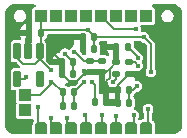
<source format=gbr>
%TF.GenerationSoftware,KiCad,Pcbnew,8.0.1-8.0.1-1~ubuntu22.04.1*%
%TF.CreationDate,2024-03-30T15:25:23+00:00*%
%TF.ProjectId,EMG_DAQ_ADS1298,454d475f-4441-4515-9f41-445331323938,v1.0*%
%TF.SameCoordinates,Original*%
%TF.FileFunction,Copper,L4,Bot*%
%TF.FilePolarity,Positive*%
%FSLAX46Y46*%
G04 Gerber Fmt 4.6, Leading zero omitted, Abs format (unit mm)*
G04 Created by KiCad (PCBNEW 8.0.1-8.0.1-1~ubuntu22.04.1) date 2024-03-30 15:25:23*
%MOMM*%
%LPD*%
G01*
G04 APERTURE LIST*
G04 Aperture macros list*
%AMRoundRect*
0 Rectangle with rounded corners*
0 $1 Rounding radius*
0 $2 $3 $4 $5 $6 $7 $8 $9 X,Y pos of 4 corners*
0 Add a 4 corners polygon primitive as box body*
4,1,4,$2,$3,$4,$5,$6,$7,$8,$9,$2,$3,0*
0 Add four circle primitives for the rounded corners*
1,1,$1+$1,$2,$3*
1,1,$1+$1,$4,$5*
1,1,$1+$1,$6,$7*
1,1,$1+$1,$8,$9*
0 Add four rect primitives between the rounded corners*
20,1,$1+$1,$2,$3,$4,$5,0*
20,1,$1+$1,$4,$5,$6,$7,0*
20,1,$1+$1,$6,$7,$8,$9,0*
20,1,$1+$1,$8,$9,$2,$3,0*%
%AMFreePoly0*
4,1,13,0.500000,-0.250000,0.480970,-0.345671,0.426777,-0.426777,0.345671,-0.480970,0.250000,-0.500000,-0.250000,-0.500000,-0.345671,-0.480970,-0.426777,-0.426777,-0.480970,-0.345671,-0.500000,-0.250000,-0.500000,0.500000,0.500000,0.500000,0.500000,-0.250000,0.500000,-0.250000,$1*%
G04 Aperture macros list end*
%TA.AperFunction,ComponentPad*%
%ADD10R,1.000000X1.000000*%
%TD*%
%TA.AperFunction,SMDPad,CuDef*%
%ADD11FreePoly0,180.000000*%
%TD*%
%TA.AperFunction,SMDPad,CuDef*%
%ADD12RoundRect,0.140000X0.170000X-0.140000X0.170000X0.140000X-0.170000X0.140000X-0.170000X-0.140000X0*%
%TD*%
%TA.AperFunction,SMDPad,CuDef*%
%ADD13RoundRect,0.140000X0.140000X0.170000X-0.140000X0.170000X-0.140000X-0.170000X0.140000X-0.170000X0*%
%TD*%
%TA.AperFunction,SMDPad,CuDef*%
%ADD14RoundRect,0.140000X-0.140000X-0.170000X0.140000X-0.170000X0.140000X0.170000X-0.140000X0.170000X0*%
%TD*%
%TA.AperFunction,SMDPad,CuDef*%
%ADD15RoundRect,0.060000X-0.240000X-0.615000X0.240000X-0.615000X0.240000X0.615000X-0.240000X0.615000X0*%
%TD*%
%TA.AperFunction,SMDPad,CuDef*%
%ADD16RoundRect,0.140000X-0.170000X0.140000X-0.170000X-0.140000X0.170000X-0.140000X0.170000X0.140000X0*%
%TD*%
%TA.AperFunction,ViaPad*%
%ADD17C,0.400000*%
%TD*%
%TA.AperFunction,Conductor*%
%ADD18C,0.127000*%
%TD*%
G04 APERTURE END LIST*
D10*
%TO.P,J1,1,Pin_1*%
%TO.N,+3.3V*%
X-4445000Y10000000D03*
%TD*%
%TO.P,J5,1,Pin_1*%
%TO.N,/MOSI*%
X635000Y10000000D03*
%TD*%
%TO.P,J4,1,Pin_1*%
%TO.N,/MISO*%
X-635000Y10000000D03*
%TD*%
%TO.P,J8,1,Pin_1*%
%TO.N,/extRef*%
X4445000Y10000000D03*
%TD*%
%TO.P,J7,1,Pin_1*%
%TO.N,/CSB*%
X3175000Y10000000D03*
%TD*%
%TO.P,J25,1,Pin_1*%
%TO.N,/Refp*%
X-5800000Y2000000D03*
%TD*%
%TO.P,J26,1,Pin_1*%
%TO.N,/BIAS_OUT*%
X-5800000Y3270000D03*
%TD*%
%TO.P,J2,1,Pin_1*%
%TO.N,GND*%
X-3175000Y10000000D03*
%TD*%
%TO.P,J6,1,Pin_1*%
%TO.N,/SCLK*%
X1905000Y10000000D03*
%TD*%
%TO.P,J3,1,Pin_1*%
%TO.N,unconnected-(J3-Pin_1-Pad1)*%
X-1905000Y10000000D03*
%TD*%
D11*
%TO.P,J22,1,Pin_1*%
%TO.N,/in3-*%
X1905000Y500000D03*
%TD*%
D12*
%TO.P,C11,1*%
%TO.N,/VCAP4*%
X1900000Y5120000D03*
%TO.P,C11,2*%
%TO.N,GND*%
X1900000Y6080000D03*
%TD*%
D13*
%TO.P,C13,1*%
%TO.N,/VREFP*%
X2980000Y3750000D03*
%TO.P,C13,2*%
%TO.N,GND*%
X2020000Y3750000D03*
%TD*%
%TO.P,C14,1*%
%TO.N,/VREFP*%
X2980000Y2650000D03*
%TO.P,C14,2*%
%TO.N,GND*%
X2020000Y2650000D03*
%TD*%
%TO.P,C1,1*%
%TO.N,+3.3V*%
X-4500000Y8550000D03*
%TO.P,C1,2*%
%TO.N,GND*%
X-5460000Y8550000D03*
%TD*%
D14*
%TO.P,C3,1*%
%TO.N,GND*%
X-930000Y8200000D03*
%TO.P,C3,2*%
%TO.N,+3.3V*%
X30000Y8200000D03*
%TD*%
%TO.P,C10,1*%
%TO.N,/WCT*%
X120000Y2700000D03*
%TO.P,C10,2*%
%TO.N,GND*%
X1080000Y2700000D03*
%TD*%
D15*
%TO.P,U1,1,VIN*%
%TO.N,+3.3V*%
X-6480000Y7020000D03*
%TO.P,U1,2,GND*%
%TO.N,GND*%
X-5530000Y7020000D03*
%TO.P,U1,3,EN*%
%TO.N,+3.3V*%
X-4580000Y7020000D03*
%TO.P,U1,4*%
%TO.N,N/C*%
X-4580000Y4650000D03*
%TO.P,U1,5,VOUT*%
%TO.N,+3.3VA*%
X-6480000Y4650000D03*
%TD*%
D16*
%TO.P,C5,1*%
%TO.N,/VCAP3*%
X-300000Y6180000D03*
%TO.P,C5,2*%
%TO.N,GND*%
X-300000Y5220000D03*
%TD*%
D11*
%TO.P,J24,1,Pin_1*%
%TO.N,/in1-*%
X4445000Y500000D03*
%TD*%
%TO.P,J18,1,Pin_1*%
%TO.N,/in7-*%
X-3175000Y500001D03*
%TD*%
%TO.P,J17,1,Pin_1*%
%TO.N,/in8-*%
X-4445000Y500000D03*
%TD*%
D14*
%TO.P,C7,1*%
%TO.N,/BIAS_OUT*%
X-2630000Y2350000D03*
%TO.P,C7,2*%
%TO.N,/BIAS_INV*%
X-1670000Y2350000D03*
%TD*%
D13*
%TO.P,R1,1*%
%TO.N,/BIAS_INV*%
X-1670000Y3550000D03*
%TO.P,R1,2*%
%TO.N,/BIAS_OUT*%
X-2630000Y3550000D03*
%TD*%
D14*
%TO.P,C4,1*%
%TO.N,GND*%
X-930000Y7200000D03*
%TO.P,C4,2*%
%TO.N,+3.3V*%
X30000Y7200000D03*
%TD*%
D11*
%TO.P,J19,1,Pin_1*%
%TO.N,/in6-*%
X-1905000Y500000D03*
%TD*%
D13*
%TO.P,C8,1*%
%TO.N,+3.3VA*%
X-1731787Y6084832D03*
%TO.P,C8,2*%
%TO.N,GND*%
X-2691787Y6084832D03*
%TD*%
D16*
%TO.P,C15,1*%
%TO.N,/VCAP1*%
X3000000Y6080000D03*
%TO.P,C15,2*%
%TO.N,GND*%
X3000000Y5120000D03*
%TD*%
D11*
%TO.P,J23,1,Pin_1*%
%TO.N,/in2-*%
X3175000Y500001D03*
%TD*%
D13*
%TO.P,C9,1*%
%TO.N,+3.3VA*%
X-1731787Y5084832D03*
%TO.P,C9,2*%
%TO.N,GND*%
X-2691787Y5084832D03*
%TD*%
%TO.P,C12,1*%
%TO.N,/VCAP2*%
X2880000Y7400000D03*
%TO.P,C12,2*%
%TO.N,GND*%
X1920000Y7400000D03*
%TD*%
D11*
%TO.P,J20,1,Pin_1*%
%TO.N,/in5-*%
X-635000Y500000D03*
%TD*%
D16*
%TO.P,C6,1*%
%TO.N,/VCAP3*%
X700000Y6180000D03*
%TO.P,C6,2*%
%TO.N,GND*%
X700000Y5220000D03*
%TD*%
D11*
%TO.P,J21,1,Pin_1*%
%TO.N,/in4-*%
X635000Y500000D03*
%TD*%
D17*
%TO.N,+3.3V*%
X4850000Y5250000D03*
X-3650000Y5400000D03*
X4250000Y8200000D03*
X-500000Y8800000D03*
%TO.N,GND*%
X6000000Y2570000D03*
X-3400000Y7600000D03*
X-3650000Y8250000D03*
X-5530000Y7100000D03*
X-850000Y5350000D03*
X3650000Y4700000D03*
X-800000Y6850000D03*
%TO.N,+3.3VA*%
X-5700000Y4800000D03*
X-2450000Y6800000D03*
%TO.N,/MOSI*%
X3550000Y8900000D03*
%TO.N,/in7-*%
X-3600000Y1400000D03*
%TO.N,/in2-*%
X3400000Y1600000D03*
%TO.N,/in6-*%
X-2300000Y1400000D03*
%TO.N,/in1-*%
X4600000Y2100000D03*
%TO.N,/in8-*%
X-4700000Y2300000D03*
%TO.N,/in5-*%
X-700000Y1600000D03*
%TO.N,/in4-*%
X700000Y1600000D03*
%TO.N,/in3-*%
X1900000Y1500000D03*
%TO.N,/BIAS_OUT*%
X-3600000Y4450000D03*
%TO.N,/BIAS_INV*%
X-850000Y4400000D03*
%TO.N,/WCT*%
X-100000Y4400000D03*
%TO.N,/VCAP4*%
X1650000Y4399999D03*
%TO.N,/VCAP2*%
X3750000Y6450000D03*
%TO.N,/VREFP*%
X3650000Y4050000D03*
%TO.N,/VCAP1*%
X3750000Y5800000D03*
%TO.N,/VCAP3*%
X-1650000Y6950000D03*
%TD*%
D18*
%TO.N,/in8-*%
X-4700000Y2300000D02*
X-4700000Y755000D01*
X-4700000Y755000D02*
X-4445000Y500000D01*
%TO.N,/in7-*%
X-3600000Y1400000D02*
X-3600000Y925001D01*
X-3600000Y925001D02*
X-3175000Y500001D01*
%TO.N,/in6-*%
X-2300000Y1400000D02*
X-2300000Y895000D01*
X-2300000Y895000D02*
X-1905000Y500000D01*
%TO.N,/in5-*%
X-700000Y1600000D02*
X-635000Y1535000D01*
X-635000Y1535000D02*
X-635000Y500000D01*
%TO.N,/in1-*%
X4600000Y2100000D02*
X4600000Y655000D01*
X4600000Y655000D02*
X4445000Y500000D01*
%TO.N,/in2-*%
X3400000Y1600000D02*
X3400000Y725001D01*
X3400000Y725001D02*
X3175000Y500001D01*
%TO.N,/in3-*%
X1900000Y1500000D02*
X1900000Y505000D01*
X1900000Y505000D02*
X1905000Y500000D01*
%TO.N,/in4-*%
X700000Y1600000D02*
X700000Y565000D01*
X700000Y565000D02*
X635000Y500000D01*
%TO.N,+3.3V*%
X-4580000Y6330000D02*
X-3650000Y5400000D01*
X4850000Y5250000D02*
X4850000Y7600000D01*
X4850000Y7600000D02*
X4250000Y8200000D01*
X-5950000Y5950000D02*
X-4950000Y5950000D01*
X-4580000Y7020000D02*
X-4580000Y6330000D01*
X-6480000Y7020000D02*
X-6480000Y6480000D01*
X-4950000Y5950000D02*
X-4580000Y6320000D01*
X-4250000Y8800000D02*
X-500000Y8800000D01*
X-4500000Y8550000D02*
X-4500000Y7100000D01*
X30000Y8200000D02*
X30000Y7200000D01*
X30000Y8270000D02*
X30000Y8200000D01*
X-500000Y8800000D02*
X30000Y8270000D01*
X-4445000Y10000000D02*
X-4445000Y8605000D01*
X-4500000Y7100000D02*
X-4580000Y7020000D01*
X-6480000Y6480000D02*
X-5950000Y5950000D01*
X-4445000Y8605000D02*
X-4500000Y8550000D01*
X-4500000Y8550000D02*
X-4250000Y8800000D01*
X-4580000Y6320000D02*
X-4580000Y7020000D01*
X4250000Y8200000D02*
X30000Y8200000D01*
%TO.N,GND*%
X2020000Y2650000D02*
X2020000Y3750000D01*
X-5530000Y7020000D02*
X-5530000Y7100000D01*
X700000Y5220000D02*
X-300000Y5220000D01*
X-930000Y8200000D02*
X-930000Y7200000D01*
X-800000Y6850000D02*
X-800000Y7070000D01*
X-530000Y5220000D02*
X-300000Y5220000D01*
X-850000Y5100000D02*
X-750000Y5000000D01*
X-2106955Y4500000D02*
X-1450000Y4500000D01*
X-800000Y7070000D02*
X-930000Y7200000D01*
X1350000Y4750000D02*
X1350000Y5530000D01*
X1080000Y2700000D02*
X1970000Y2700000D01*
X1920000Y6100000D02*
X1900000Y6080000D01*
X-980000Y8250000D02*
X-930000Y8200000D01*
X-5530000Y8480000D02*
X-5460000Y8550000D01*
X-5530000Y7100000D02*
X-5530000Y8480000D01*
X-750000Y5000000D02*
X-530000Y5220000D01*
X1080000Y4480000D02*
X1350000Y4750000D01*
X-3650000Y8250000D02*
X-980000Y8250000D01*
X-1450000Y4500000D02*
X-850000Y5100000D01*
X1350000Y5530000D02*
X1900000Y6080000D01*
X-850000Y5350000D02*
X-850000Y5100000D01*
X700000Y5220000D02*
X1040000Y5220000D01*
X-3400000Y6793045D02*
X-3400000Y7600000D01*
X1970000Y2700000D02*
X2020000Y2650000D01*
X-2691787Y5084832D02*
X-2106955Y4500000D01*
X2020000Y3750000D02*
X2020000Y4140000D01*
X3230000Y5120000D02*
X3000000Y5120000D01*
X1080000Y2700000D02*
X1080000Y4480000D01*
X-2691787Y5084832D02*
X-2691787Y6084832D01*
X3650000Y4700000D02*
X3230000Y5120000D01*
X1920000Y7400000D02*
X1920000Y6100000D01*
X1040000Y5220000D02*
X1350000Y5530000D01*
X-2691787Y6084832D02*
X-3400000Y6793045D01*
X2020000Y4140000D02*
X3000000Y5120000D01*
%TO.N,+3.3VA*%
X-1734832Y6084832D02*
X-1731787Y6084832D01*
X-1731787Y5084832D02*
X-1731787Y6084832D01*
X-2450000Y6800000D02*
X-1734832Y6084832D01*
X-6480000Y4650000D02*
X-5850000Y4650000D01*
X-5850000Y4650000D02*
X-5700000Y4800000D01*
%TO.N,/MOSI*%
X1735000Y8900000D02*
X635000Y10000000D01*
X3550000Y8900000D02*
X1735000Y8900000D01*
%TO.N,/BIAS_OUT*%
X-5800000Y3270000D02*
X-4580000Y3270000D01*
X-3530000Y4450000D02*
X-2630000Y3550000D01*
X-3600000Y4450000D02*
X-3530000Y4450000D01*
X-4580000Y3270000D02*
X-3600000Y4250000D01*
X-3600000Y4250000D02*
X-3600000Y4450000D01*
X-2630000Y2350000D02*
X-2630000Y3550000D01*
%TO.N,/BIAS_INV*%
X-1670000Y3550000D02*
X-850000Y4370000D01*
X-1670000Y2350000D02*
X-1670000Y3550000D01*
X-850000Y4370000D02*
X-850000Y4400000D01*
%TO.N,/WCT*%
X120000Y4180000D02*
X120000Y2700000D01*
X-100000Y4400000D02*
X120000Y4180000D01*
%TO.N,/VCAP4*%
X1650000Y4399999D02*
X1900000Y4649999D01*
X1900000Y4649999D02*
X1900000Y5120000D01*
%TO.N,/VCAP2*%
X3750000Y6530000D02*
X2880000Y7400000D01*
X3750000Y6450000D02*
X3750000Y6530000D01*
%TO.N,/VREFP*%
X2980000Y2650000D02*
X2980000Y3750000D01*
X3350000Y3750000D02*
X2980000Y3750000D01*
X3650000Y4050000D02*
X3350000Y3750000D01*
%TO.N,/VCAP1*%
X3750000Y5800000D02*
X3470000Y6080000D01*
X3470000Y6080000D02*
X3000000Y6080000D01*
%TO.N,/VCAP3*%
X-830000Y6180000D02*
X-300000Y6180000D01*
X-1650000Y6950000D02*
X-1600000Y6950000D01*
X700000Y6180000D02*
X-300000Y6180000D01*
X-1600000Y6950000D02*
X-830000Y6180000D01*
%TD*%
%TA.AperFunction,Conductor*%
%TO.N,GND*%
G36*
X-4960090Y10969816D02*
G01*
X-4914335Y10917012D01*
X-4904391Y10847854D01*
X-4933416Y10784298D01*
X-4992194Y10746524D01*
X-5002938Y10743884D01*
X-5042736Y10735968D01*
X-5042740Y10735967D01*
X-5125601Y10680601D01*
X-5180967Y10597740D01*
X-5180968Y10597736D01*
X-5195500Y10524679D01*
X-5195500Y10524674D01*
X-5195500Y9475326D01*
X-5195500Y9475324D01*
X-5195501Y9475324D01*
X-5191694Y9456187D01*
X-5197923Y9386596D01*
X-5210000Y9370737D01*
X-5210000Y7818362D01*
X-5229685Y7751323D01*
X-5246319Y7730681D01*
X-5280000Y7697000D01*
X-5280000Y6894000D01*
X-5299685Y6826961D01*
X-5352489Y6781206D01*
X-5404000Y6770000D01*
X-5656000Y6770000D01*
X-5723039Y6789685D01*
X-5768794Y6842489D01*
X-5780000Y6894000D01*
X-5780000Y8116638D01*
X-5760315Y8183677D01*
X-5743681Y8204319D01*
X-5710000Y8238000D01*
X-5710000Y8300000D01*
X-6238790Y8300000D01*
X-6237146Y8279090D01*
X-6192031Y8123802D01*
X-6189841Y8118741D01*
X-6181285Y8049398D01*
X-6211578Y7986436D01*
X-6271101Y7949847D01*
X-6303645Y7945500D01*
X-6766349Y7945500D01*
X-6766373Y7945498D01*
X-6792315Y7942490D01*
X-6792325Y7942487D01*
X-6898514Y7895600D01*
X-6980599Y7813515D01*
X-7027488Y7707322D01*
X-7030500Y7681361D01*
X-7030500Y6358652D01*
X-7030498Y6358628D01*
X-7027490Y6332686D01*
X-7027487Y6332676D01*
X-6980600Y6226487D01*
X-6980599Y6226486D01*
X-6898514Y6144401D01*
X-6792320Y6097512D01*
X-6766357Y6094500D01*
X-6589927Y6094501D01*
X-6522887Y6074817D01*
X-6502245Y6058182D01*
X-6231244Y5787181D01*
X-6197759Y5725858D01*
X-6202743Y5656166D01*
X-6244615Y5600233D01*
X-6310079Y5575816D01*
X-6318925Y5575500D01*
X-6766349Y5575500D01*
X-6766373Y5575498D01*
X-6792315Y5572490D01*
X-6792325Y5572487D01*
X-6898514Y5525600D01*
X-6980599Y5443515D01*
X-7027488Y5337322D01*
X-7030500Y5311361D01*
X-7030500Y3988652D01*
X-7030498Y3988628D01*
X-7027490Y3962686D01*
X-7027487Y3962676D01*
X-6980600Y3856487D01*
X-6980599Y3856486D01*
X-6898514Y3774401D01*
X-6792320Y3727512D01*
X-6766357Y3724500D01*
X-6674500Y3724501D01*
X-6607462Y3704817D01*
X-6561706Y3652014D01*
X-6550500Y3600501D01*
X-6550500Y2745326D01*
X-6550500Y2745324D01*
X-6550501Y2745324D01*
X-6533584Y2660283D01*
X-6537709Y2659463D01*
X-6532736Y2612897D01*
X-6533665Y2609734D01*
X-6533584Y2609717D01*
X-6550500Y2524677D01*
X-6550500Y1475322D01*
X-6535968Y1402265D01*
X-6535967Y1402261D01*
X-6531092Y1394965D01*
X-6480601Y1319399D01*
X-6414430Y1275186D01*
X-6397740Y1264034D01*
X-6397736Y1264033D01*
X-6324679Y1249501D01*
X-6324676Y1249500D01*
X-6324674Y1249500D01*
X-5275324Y1249500D01*
X-5209232Y1262647D01*
X-5139641Y1256420D01*
X-5084463Y1213558D01*
X-5061218Y1147668D01*
X-5077285Y1079671D01*
X-5081937Y1072140D01*
X-5138409Y987623D01*
X-5138415Y987612D01*
X-5176561Y895518D01*
X-5176561Y895516D01*
X-5195591Y799845D01*
X-5195592Y799840D01*
X-5195593Y799832D01*
X-5200500Y749999D01*
X-5200500Y562904D01*
X-5201762Y545259D01*
X-5203041Y536366D01*
X-5203041Y463637D01*
X-5201762Y454742D01*
X-5200500Y437096D01*
X-5200500Y134501D01*
X-5220185Y67462D01*
X-5272989Y21707D01*
X-5324500Y10501D01*
X-6743910Y10501D01*
X-6756063Y11098D01*
X-6882113Y23512D01*
X-6905956Y28255D01*
X-7021311Y63248D01*
X-7043768Y72550D01*
X-7150072Y129371D01*
X-7170284Y142876D01*
X-7263465Y219348D01*
X-7280653Y236536D01*
X-7357125Y329717D01*
X-7370630Y349929D01*
X-7427451Y456233D01*
X-7436753Y478690D01*
X-7471746Y594045D01*
X-7476488Y617882D01*
X-7488903Y743940D01*
X-7489500Y756093D01*
X-7489500Y8800001D01*
X-6238791Y8800001D01*
X-6238790Y8800000D01*
X-5710000Y8800000D01*
X-5710000Y9354506D01*
X-5710002Y9354507D01*
X-5856191Y9312035D01*
X-5856194Y9312033D01*
X-5995375Y9229722D01*
X-5995384Y9229715D01*
X-6109715Y9115384D01*
X-6109722Y9115375D01*
X-6192032Y8976196D01*
X-6192034Y8976191D01*
X-6237145Y8820919D01*
X-6237146Y8820913D01*
X-6238791Y8800001D01*
X-7489500Y8800001D01*
X-7489500Y10000000D01*
X-6765750Y10000000D01*
X-6744860Y9854698D01*
X-6744859Y9854693D01*
X-6683879Y9721168D01*
X-6683877Y9721164D01*
X-6587744Y9610222D01*
X-6464250Y9530857D01*
X-6464249Y9530857D01*
X-6464248Y9530856D01*
X-6323402Y9489501D01*
X-6323400Y9489500D01*
X-6323399Y9489500D01*
X-6176600Y9489500D01*
X-6176600Y9489501D01*
X-6035750Y9530857D01*
X-5912256Y9610222D01*
X-5816123Y9721164D01*
X-5755141Y9854696D01*
X-5734250Y10000000D01*
X-5755141Y10145304D01*
X-5755142Y10145305D01*
X-5755142Y10145308D01*
X-5804940Y10254349D01*
X-5816123Y10278836D01*
X-5912256Y10389778D01*
X-6035750Y10469143D01*
X-6035751Y10469144D01*
X-6035752Y10469144D01*
X-6035753Y10469145D01*
X-6176599Y10510500D01*
X-6176601Y10510500D01*
X-6323399Y10510500D01*
X-6323402Y10510500D01*
X-6464248Y10469145D01*
X-6464249Y10469144D01*
X-6587742Y10389780D01*
X-6587746Y10389777D01*
X-6683876Y10278838D01*
X-6683879Y10278833D01*
X-6744859Y10145308D01*
X-6744860Y10145303D01*
X-6765750Y10000000D01*
X-7489500Y10000000D01*
X-7489500Y10243909D01*
X-7488903Y10256062D01*
X-7482123Y10324904D01*
X-7476488Y10382121D01*
X-7471746Y10405956D01*
X-7471745Y10405957D01*
X-7436753Y10521311D01*
X-7427451Y10543767D01*
X-7370629Y10650074D01*
X-7357125Y10670284D01*
X-7348658Y10680601D01*
X-7280650Y10763469D01*
X-7263469Y10780650D01*
X-7170283Y10857127D01*
X-7150072Y10870630D01*
X-7150070Y10870631D01*
X-7043762Y10927454D01*
X-7021311Y10936753D01*
X-7012677Y10939373D01*
X-6905954Y10971747D01*
X-6882121Y10976488D01*
X-6764476Y10988075D01*
X-6756061Y10988903D01*
X-6743908Y10989500D01*
X-6695234Y10989500D01*
X-6695225Y10989501D01*
X-5027129Y10989501D01*
X-4960090Y10969816D01*
G37*
%TD.AperFunction*%
%TA.AperFunction,Conductor*%
G36*
X6756061Y10988904D02*
G01*
X6765633Y10987962D01*
X6882118Y10976489D01*
X6905948Y10971750D01*
X7021313Y10936754D01*
X7043761Y10927455D01*
X7150072Y10870631D01*
X7170282Y10857127D01*
X7263464Y10780656D01*
X7280654Y10763466D01*
X7357124Y10670286D01*
X7370628Y10650076D01*
X7427452Y10543767D01*
X7436754Y10521311D01*
X7452579Y10469143D01*
X7471747Y10405957D01*
X7476489Y10382115D01*
X7488903Y10256074D01*
X7489500Y10243920D01*
X7489500Y756094D01*
X7488903Y743940D01*
X7476488Y617888D01*
X7471746Y594047D01*
X7436753Y478691D01*
X7427450Y456233D01*
X7370629Y349928D01*
X7357124Y329716D01*
X7280653Y236536D01*
X7263465Y219348D01*
X7170284Y142876D01*
X7150072Y129371D01*
X7043768Y72550D01*
X7021310Y63247D01*
X6905954Y28254D01*
X6882113Y23512D01*
X6756072Y11098D01*
X6743918Y10501D01*
X5324500Y10501D01*
X5257461Y30186D01*
X5211706Y82990D01*
X5200500Y134501D01*
X5200500Y437096D01*
X5201762Y454742D01*
X5201976Y456233D01*
X5203041Y463638D01*
X5203041Y536362D01*
X5201762Y545259D01*
X5200500Y562904D01*
X5200500Y749999D01*
X5195592Y799832D01*
X5195591Y799845D01*
X5176561Y895516D01*
X5138411Y987619D01*
X5084218Y1068725D01*
X5084216Y1068728D01*
X5013728Y1139216D01*
X5013724Y1139219D01*
X4969109Y1169030D01*
X4924304Y1222642D01*
X4914000Y1272132D01*
X4914000Y1728194D01*
X4933685Y1795233D01*
X4944288Y1809397D01*
X4982879Y1853933D01*
X4982879Y1853935D01*
X4982882Y1853937D01*
X5036697Y1971774D01*
X5055133Y2100000D01*
X5036697Y2228226D01*
X4982882Y2346063D01*
X4898049Y2443967D01*
X4789069Y2514004D01*
X4789065Y2514006D01*
X4789064Y2514006D01*
X4664774Y2550500D01*
X4664772Y2550500D01*
X4535228Y2550500D01*
X4535226Y2550500D01*
X4410935Y2514006D01*
X4410932Y2514005D01*
X4410931Y2514004D01*
X4359677Y2481066D01*
X4301950Y2443967D01*
X4217118Y2346063D01*
X4217117Y2346062D01*
X4163302Y2228226D01*
X4144867Y2100000D01*
X4163302Y1971775D01*
X4217117Y1853939D01*
X4217120Y1853933D01*
X4255712Y1809397D01*
X4284738Y1745842D01*
X4286000Y1728194D01*
X4286000Y1376850D01*
X4266315Y1309811D01*
X4213511Y1264056D01*
X4174152Y1253447D01*
X4145169Y1250593D01*
X4145162Y1250592D01*
X4145155Y1250591D01*
X4081671Y1237964D01*
X4049482Y1231561D01*
X3957376Y1193410D01*
X3953276Y1191218D01*
X3884872Y1176983D01*
X3819631Y1201990D01*
X3778266Y1258299D01*
X3773911Y1328033D01*
X3782040Y1352094D01*
X3784355Y1357162D01*
X3836697Y1471774D01*
X3855133Y1600000D01*
X3836697Y1728226D01*
X3782882Y1846063D01*
X3698049Y1943967D01*
X3589069Y2014004D01*
X3589067Y2014005D01*
X3589065Y2014006D01*
X3493670Y2042016D01*
X3434892Y2079790D01*
X3405867Y2143346D01*
X3415811Y2212504D01*
X3434506Y2239430D01*
X3434120Y2239710D01*
X3439851Y2247602D01*
X3439859Y2247609D01*
X3496017Y2357825D01*
X3496017Y2357827D01*
X3496018Y2357828D01*
X3496018Y2357829D01*
X3503937Y2407830D01*
X3510500Y2449265D01*
X3510499Y2850734D01*
X3510499Y2850735D01*
X3510499Y2850740D01*
X3496018Y2942171D01*
X3496018Y2942172D01*
X3496017Y2942174D01*
X3496017Y2942175D01*
X3439859Y3052391D01*
X3439857Y3052393D01*
X3439854Y3052397D01*
X3379931Y3112320D01*
X3346446Y3173643D01*
X3351430Y3243335D01*
X3379928Y3287679D01*
X3439859Y3347609D01*
X3489377Y3444795D01*
X3537352Y3495590D01*
X3537867Y3495889D01*
X3538407Y3496201D01*
X3542800Y3498737D01*
X3607245Y3563183D01*
X3668566Y3596666D01*
X3694925Y3599500D01*
X3714773Y3599500D01*
X3714773Y3599501D01*
X3839069Y3635996D01*
X3948049Y3706033D01*
X4032882Y3803937D01*
X4086697Y3921774D01*
X4105133Y4050000D01*
X4086697Y4178226D01*
X4032882Y4296063D01*
X3948049Y4393967D01*
X3839069Y4464004D01*
X3839065Y4464006D01*
X3839064Y4464006D01*
X3795450Y4476812D01*
X3736672Y4514586D01*
X3707646Y4578141D01*
X3717589Y4647300D01*
X3723653Y4658911D01*
X3762030Y4723803D01*
X3762031Y4723805D01*
X3804504Y4870000D01*
X2874000Y4870000D01*
X2806961Y4889685D01*
X2761206Y4942489D01*
X2750000Y4994000D01*
X2750000Y5246000D01*
X2769685Y5313039D01*
X2822489Y5358794D01*
X2874000Y5370000D01*
X3597583Y5370000D01*
X3632515Y5364978D01*
X3685228Y5349500D01*
X3814773Y5349500D01*
X3814773Y5349501D01*
X3939069Y5385996D01*
X4048049Y5456033D01*
X4132882Y5553937D01*
X4186697Y5671774D01*
X4205133Y5800000D01*
X4186697Y5928226D01*
X4132882Y6046063D01*
X4132879Y6046066D01*
X4128087Y6053524D01*
X4129877Y6054675D01*
X4105821Y6107348D01*
X4115762Y6176507D01*
X4128446Y6196246D01*
X4128087Y6196476D01*
X4132877Y6203932D01*
X4132882Y6203937D01*
X4186697Y6321774D01*
X4205133Y6450000D01*
X4186697Y6578226D01*
X4132882Y6696063D01*
X4048049Y6793967D01*
X3939069Y6864004D01*
X3939065Y6864006D01*
X3939064Y6864006D01*
X3857584Y6887930D01*
X3804837Y6919226D01*
X3446818Y7277245D01*
X3413333Y7338568D01*
X3410499Y7364926D01*
X3410499Y7600740D01*
X3396018Y7692171D01*
X3396017Y7692174D01*
X3396017Y7692175D01*
X3389122Y7705706D01*
X3376226Y7774373D01*
X3402502Y7839114D01*
X3459608Y7879371D01*
X3499607Y7886000D01*
X3871117Y7886000D01*
X3938156Y7866315D01*
X3951535Y7856301D01*
X3951949Y7856035D01*
X3951951Y7856033D01*
X4060931Y7785996D01*
X4185225Y7749501D01*
X4185227Y7749500D01*
X4185228Y7749500D01*
X4205075Y7749500D01*
X4272114Y7729815D01*
X4292756Y7713181D01*
X4499681Y7506256D01*
X4533166Y7444933D01*
X4536000Y7418575D01*
X4536000Y5621808D01*
X4516315Y5554769D01*
X4505717Y5540610D01*
X4483999Y5515546D01*
X4467116Y5496061D01*
X4413302Y5378226D01*
X4394867Y5250000D01*
X4413302Y5121775D01*
X4450459Y5040414D01*
X4467118Y5003937D01*
X4551951Y4906033D01*
X4660931Y4835996D01*
X4785225Y4799501D01*
X4785227Y4799500D01*
X4785228Y4799500D01*
X4914773Y4799500D01*
X4914773Y4799501D01*
X5039069Y4835996D01*
X5148049Y4906033D01*
X5232882Y5003937D01*
X5286697Y5121774D01*
X5305133Y5250000D01*
X5286697Y5378226D01*
X5232882Y5496063D01*
X5194284Y5540608D01*
X5165262Y5604164D01*
X5164000Y5621808D01*
X5164000Y7641338D01*
X5153272Y7681373D01*
X5142601Y7721199D01*
X5142601Y7721200D01*
X5101263Y7792801D01*
X4736174Y8157889D01*
X4702690Y8219211D01*
X4701118Y8227923D01*
X4696818Y8257828D01*
X4686697Y8328226D01*
X4632882Y8446063D01*
X4548049Y8543967D01*
X4439069Y8614004D01*
X4439065Y8614006D01*
X4439064Y8614006D01*
X4314774Y8650500D01*
X4314772Y8650500D01*
X4185228Y8650500D01*
X4185227Y8650500D01*
X4144870Y8638651D01*
X4075001Y8638653D01*
X4016223Y8676428D01*
X3987200Y8739984D01*
X3987200Y8775273D01*
X4005133Y8900000D01*
X3986697Y9028226D01*
X3965798Y9073988D01*
X3955854Y9143147D01*
X3984879Y9206703D01*
X4043657Y9244477D01*
X4078592Y9249500D01*
X4969676Y9249500D01*
X4969677Y9249501D01*
X5042740Y9264034D01*
X5125601Y9319399D01*
X5180966Y9402260D01*
X5195500Y9475326D01*
X5195500Y10000000D01*
X5734250Y10000000D01*
X5755140Y9854698D01*
X5755141Y9854693D01*
X5816121Y9721168D01*
X5816123Y9721164D01*
X5912256Y9610222D01*
X6035750Y9530857D01*
X6035751Y9530857D01*
X6035752Y9530856D01*
X6176598Y9489501D01*
X6176600Y9489500D01*
X6176601Y9489500D01*
X6323400Y9489500D01*
X6323400Y9489501D01*
X6464250Y9530857D01*
X6587744Y9610222D01*
X6683877Y9721164D01*
X6744859Y9854696D01*
X6765750Y10000000D01*
X6744859Y10145304D01*
X6744858Y10145305D01*
X6744858Y10145308D01*
X6695060Y10254349D01*
X6683877Y10278836D01*
X6587744Y10389778D01*
X6464250Y10469143D01*
X6464249Y10469144D01*
X6464248Y10469144D01*
X6464247Y10469145D01*
X6323401Y10510500D01*
X6323399Y10510500D01*
X6176601Y10510500D01*
X6176598Y10510500D01*
X6035752Y10469145D01*
X6035751Y10469144D01*
X5912258Y10389780D01*
X5912254Y10389777D01*
X5816124Y10278838D01*
X5816121Y10278833D01*
X5755141Y10145308D01*
X5755140Y10145303D01*
X5734250Y10000000D01*
X5195500Y10000000D01*
X5195500Y10524674D01*
X5195500Y10524677D01*
X5195499Y10524679D01*
X5180967Y10597736D01*
X5180966Y10597740D01*
X5172619Y10610232D01*
X5125601Y10680601D01*
X5044499Y10734791D01*
X5042739Y10735967D01*
X5042735Y10735968D01*
X5002938Y10743884D01*
X4941027Y10776269D01*
X4906452Y10836985D01*
X4910192Y10906754D01*
X4951059Y10963426D01*
X5016077Y10989007D01*
X5027129Y10989501D01*
X6743908Y10989501D01*
X6756061Y10988904D01*
G37*
%TD.AperFunction*%
%TA.AperFunction,Conductor*%
G36*
X893039Y5450315D02*
G01*
X938794Y5397511D01*
X950000Y5346000D01*
X950000Y4441211D01*
X970911Y4442855D01*
X1042945Y4463783D01*
X1112815Y4463584D01*
X1171485Y4425642D01*
X1200279Y4362354D01*
X1213302Y4271774D01*
X1256779Y4176576D01*
X1266723Y4107418D01*
X1263062Y4090471D01*
X1242856Y4020918D01*
X1242854Y4020909D01*
X1241209Y4000001D01*
X1241210Y4000000D01*
X1403290Y4000000D01*
X1454804Y3988793D01*
X1460933Y3985994D01*
X1540350Y3962676D01*
X1581018Y3950735D01*
X1585225Y3949500D01*
X1585227Y3949499D01*
X1585228Y3949499D01*
X1714773Y3949499D01*
X1714773Y3949500D01*
X1819724Y3980315D01*
X1839066Y3985994D01*
X1839066Y3985995D01*
X1839069Y3985995D01*
X1839070Y3985997D01*
X1845196Y3988793D01*
X1896710Y4000000D01*
X2146000Y4000000D01*
X2213039Y3980315D01*
X2258794Y3927511D01*
X2270000Y3876000D01*
X2270000Y2524000D01*
X2250315Y2456961D01*
X2197511Y2411206D01*
X2146000Y2400000D01*
X1298362Y2400000D01*
X1231323Y2419685D01*
X1210681Y2436319D01*
X1197000Y2450000D01*
X954000Y2450000D01*
X886961Y2469685D01*
X841206Y2522489D01*
X830000Y2574000D01*
X830000Y3500000D01*
X1330000Y3500000D01*
X1330000Y2950000D01*
X1770000Y2950000D01*
X1770000Y3500000D01*
X1330000Y3500000D01*
X830000Y3500000D01*
X830000Y3504506D01*
X829998Y3504507D01*
X683809Y3462035D01*
X683806Y3462033D01*
X621121Y3424961D01*
X553397Y3407778D01*
X487134Y3429938D01*
X443371Y3484404D01*
X434000Y3531693D01*
X434000Y4221338D01*
X412601Y4301199D01*
X412601Y4301200D01*
X409337Y4313381D01*
X410998Y4383231D01*
X444939Y4436532D01*
X450000Y4441211D01*
X450000Y4970000D01*
X-426000Y4970000D01*
X-493039Y4989685D01*
X-538794Y5042489D01*
X-550000Y5094000D01*
X-550000Y5346000D01*
X-530315Y5413039D01*
X-477511Y5458794D01*
X-426000Y5470000D01*
X826000Y5470000D01*
X893039Y5450315D01*
G37*
%TD.AperFunction*%
%TA.AperFunction,Conductor*%
G36*
X-1335863Y4506060D02*
G01*
X-1305032Y4443361D01*
X-1304478Y4404560D01*
X-1306157Y4392884D01*
X-1335183Y4329329D01*
X-1341213Y4322853D01*
X-1517246Y4146819D01*
X-1578569Y4113334D01*
X-1604926Y4110500D01*
X-1840740Y4110500D01*
X-1840740Y4110499D01*
X-1932171Y4096019D01*
X-1932172Y4096019D01*
X-2042393Y4039858D01*
X-2042397Y4039855D01*
X-2062319Y4019932D01*
X-2123642Y3986447D01*
X-2193334Y3991431D01*
X-2237681Y4019932D01*
X-2257604Y4039855D01*
X-2257613Y4039862D01*
X-2346003Y4084899D01*
X-2396799Y4132873D01*
X-2413594Y4200694D01*
X-2391056Y4266829D01*
X-2336341Y4310280D01*
X-2324301Y4314460D01*
X-2295594Y4322800D01*
X-2295592Y4322801D01*
X-2156413Y4405111D01*
X-2156408Y4405115D01*
X-2063454Y4498069D01*
X-2002131Y4531554D01*
X-1956377Y4532862D01*
X-1902522Y4524332D01*
X-1561053Y4524333D01*
X-1561048Y4524333D01*
X-1561048Y4524334D01*
X-1469612Y4538815D01*
X-1469607Y4538818D01*
X-1465539Y4540139D01*
X-1460302Y4540289D01*
X-1459973Y4540341D01*
X-1459967Y4540299D01*
X-1395698Y4542138D01*
X-1335863Y4506060D01*
G37*
%TD.AperFunction*%
%TA.AperFunction,Conductor*%
G36*
X-1729269Y8466315D02*
G01*
X-1709817Y8450000D01*
X-825071Y8450000D01*
X-758035Y8430318D01*
X-736960Y8416774D01*
X-691207Y8363972D01*
X-680000Y8312459D01*
X-680000Y7074000D01*
X-699685Y7006961D01*
X-752489Y6961206D01*
X-804000Y6950000D01*
X-1056000Y6950000D01*
X-1123039Y6969685D01*
X-1168794Y7022489D01*
X-1180000Y7074000D01*
X-1180000Y7950000D01*
X-1708790Y7950000D01*
X-1707146Y7929090D01*
X-1662032Y7773805D01*
X-1662032Y7773804D01*
X-1655712Y7763118D01*
X-1638532Y7695393D01*
X-1655712Y7636882D01*
X-1662031Y7626197D01*
X-1708912Y7464829D01*
X-1710916Y7465412D01*
X-1737992Y7411626D01*
X-1793619Y7377350D01*
X-1839066Y7364006D01*
X-1948050Y7293967D01*
X-2034103Y7194654D01*
X-2092881Y7156879D01*
X-2162751Y7156879D01*
X-2194856Y7171540D01*
X-2260931Y7214004D01*
X-2260935Y7214006D01*
X-2260936Y7214006D01*
X-2385226Y7250500D01*
X-2385228Y7250500D01*
X-2514772Y7250500D01*
X-2514774Y7250500D01*
X-2639065Y7214006D01*
X-2639068Y7214005D01*
X-2639069Y7214004D01*
X-2669178Y7194654D01*
X-2748050Y7143967D01*
X-2832882Y7046063D01*
X-2832883Y7046062D01*
X-2875133Y6953548D01*
X-2920888Y6900744D01*
X-2953332Y6885984D01*
X-3087977Y6846866D01*
X-3087983Y6846864D01*
X-3227162Y6764554D01*
X-3227171Y6764547D01*
X-3341502Y6650216D01*
X-3341509Y6650207D01*
X-3423819Y6511028D01*
X-3423821Y6511023D01*
X-3468932Y6355751D01*
X-3468933Y6355745D01*
X-3470578Y6334833D01*
X-3470577Y6334832D01*
X-2565787Y6334832D01*
X-2498748Y6315147D01*
X-2452993Y6262343D01*
X-2441787Y6210832D01*
X-2441787Y4958832D01*
X-2461472Y4891793D01*
X-2514276Y4846038D01*
X-2565787Y4834832D01*
X-2817787Y4834832D01*
X-2884826Y4854517D01*
X-2930581Y4907321D01*
X-2941787Y4958832D01*
X-2941787Y5834832D01*
X-3514038Y5834832D01*
X-3548972Y5839855D01*
X-3585226Y5850500D01*
X-3585228Y5850500D01*
X-3605075Y5850500D01*
X-3672114Y5870185D01*
X-3692756Y5886819D01*
X-4004949Y6199012D01*
X-4038434Y6260335D01*
X-4033925Y6323396D01*
X-4034961Y6323678D01*
X-4033528Y6328949D01*
X-4033450Y6330027D01*
X-4032798Y6331630D01*
X-4032514Y6332676D01*
X-4032512Y6332680D01*
X-4029500Y6358643D01*
X-4029501Y7681356D01*
X-4030755Y7692171D01*
X-4032511Y7707315D01*
X-4032512Y7707318D01*
X-4032512Y7707320D01*
X-4033758Y7710141D01*
X-4079401Y7813514D01*
X-4139871Y7873984D01*
X-4173356Y7935307D01*
X-4168372Y8004999D01*
X-4133222Y8051953D01*
X-4134510Y8053241D01*
X-4127612Y8060140D01*
X-4127609Y8060141D01*
X-4040141Y8147609D01*
X-3983983Y8257825D01*
X-3983983Y8257827D01*
X-3983982Y8257828D01*
X-3983982Y8257829D01*
X-3969500Y8349265D01*
X-3969500Y8362000D01*
X-3949815Y8429039D01*
X-3897011Y8474794D01*
X-3845500Y8486000D01*
X-1796308Y8486000D01*
X-1729269Y8466315D01*
G37*
%TD.AperFunction*%
%TA.AperFunction,Conductor*%
G36*
X1107230Y7866315D02*
G01*
X1152985Y7813511D01*
X1162929Y7744353D01*
X1159267Y7727405D01*
X1142855Y7670919D01*
X1142854Y7670913D01*
X1141209Y7650001D01*
X1141210Y7650000D01*
X2046000Y7650000D01*
X2113039Y7630315D01*
X2158794Y7577511D01*
X2170000Y7526000D01*
X2170000Y6618362D01*
X2150315Y6551323D01*
X2150000Y6550933D01*
X2150000Y5954000D01*
X2130315Y5886961D01*
X2077511Y5841206D01*
X2026000Y5830000D01*
X1774000Y5830000D01*
X1706961Y5849685D01*
X1661206Y5902489D01*
X1650000Y5954000D01*
X1650000Y6831638D01*
X1669685Y6898677D01*
X1670000Y6899068D01*
X1670000Y7150000D01*
X1141210Y7150000D01*
X1142854Y7129090D01*
X1187968Y6973805D01*
X1270278Y6834626D01*
X1275064Y6828456D01*
X1273093Y6826928D01*
X1300706Y6776358D01*
X1295722Y6706666D01*
X1267215Y6662313D01*
X1259731Y6654830D01*
X1198406Y6621349D01*
X1128715Y6626338D01*
X1111235Y6635722D01*
X1111086Y6635428D01*
X1102392Y6639858D01*
X1102391Y6639859D01*
X992175Y6696017D01*
X992174Y6696018D01*
X992171Y6696019D01*
X900735Y6710500D01*
X647824Y6710500D01*
X580785Y6730185D01*
X535030Y6782989D01*
X525086Y6852147D01*
X537340Y6890796D01*
X546017Y6907825D01*
X560500Y6999265D01*
X560499Y7400734D01*
X560499Y7400735D01*
X560499Y7400740D01*
X546018Y7492171D01*
X546018Y7492172D01*
X546017Y7492174D01*
X546017Y7492175D01*
X489859Y7602391D01*
X489857Y7602393D01*
X489854Y7602397D01*
X479932Y7612319D01*
X446447Y7673642D01*
X451431Y7743334D01*
X479932Y7787681D01*
X489857Y7797607D01*
X489859Y7797609D01*
X500399Y7818296D01*
X548374Y7869091D01*
X610884Y7886000D01*
X1040191Y7886000D01*
X1107230Y7866315D01*
G37*
%TD.AperFunction*%
%TD*%
M02*

</source>
